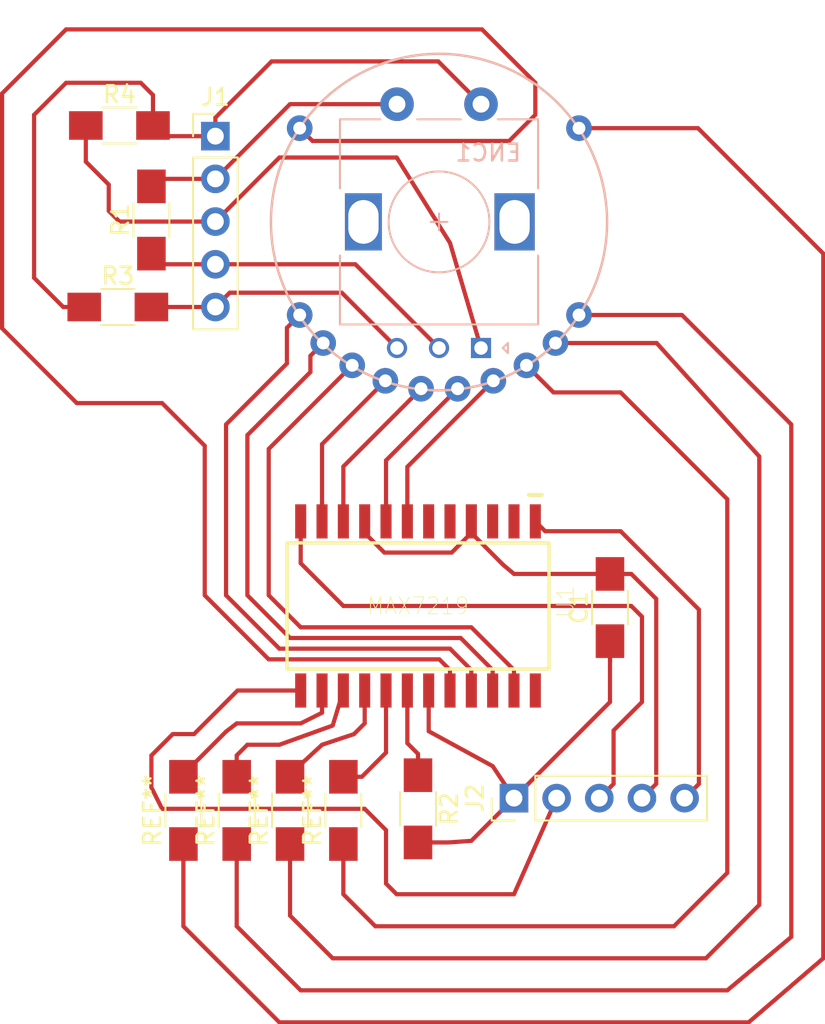
<source format=kicad_pcb>
(kicad_pcb (version 20171130) (host pcbnew "(5.0.0)")

  (general
    (thickness 1.6)
    (drawings 0)
    (tracks 187)
    (zones 0)
    (modules 13)
    (nets 27)
  )

  (page A4)
  (layers
    (0 F.Cu mixed)
    (31 B.Cu mixed)
    (32 B.Adhes user)
    (33 F.Adhes user)
    (34 B.Paste user)
    (35 F.Paste user)
    (36 B.SilkS user)
    (37 F.SilkS user hide)
    (38 B.Mask user)
    (39 F.Mask user)
    (40 Dwgs.User user)
    (41 Cmts.User user)
    (42 Eco1.User user)
    (43 Eco2.User user)
    (44 Edge.Cuts user)
    (45 Margin user)
    (46 B.CrtYd user)
    (47 F.CrtYd user)
    (48 B.Fab user)
    (49 F.Fab user)
  )

  (setup
    (last_trace_width 0.25)
    (trace_clearance 0.2)
    (zone_clearance 0.508)
    (zone_45_only no)
    (trace_min 0.2)
    (segment_width 0.2)
    (edge_width 0.15)
    (via_size 0.8)
    (via_drill 0.4)
    (via_min_size 0.4)
    (via_min_drill 0.3)
    (uvia_size 0.3)
    (uvia_drill 0.1)
    (uvias_allowed no)
    (uvia_min_size 0.2)
    (uvia_min_drill 0.1)
    (pcb_text_width 0.3)
    (pcb_text_size 1.5 1.5)
    (mod_edge_width 0.15)
    (mod_text_size 1 1)
    (mod_text_width 0.15)
    (pad_size 1.7 1.7)
    (pad_drill 1)
    (pad_to_mask_clearance 0.2)
    (aux_axis_origin 0 0)
    (visible_elements 7FFFF7FF)
    (pcbplotparams
      (layerselection 0x010fc_ffffffff)
      (usegerberextensions false)
      (usegerberattributes false)
      (usegerberadvancedattributes false)
      (creategerberjobfile false)
      (excludeedgelayer true)
      (linewidth 0.100000)
      (plotframeref false)
      (viasonmask false)
      (mode 1)
      (useauxorigin false)
      (hpglpennumber 1)
      (hpglpenspeed 20)
      (hpglpendiameter 15.000000)
      (psnegative false)
      (psa4output false)
      (plotreference true)
      (plotvalue true)
      (plotinvisibletext false)
      (padsonsilk false)
      (subtractmaskfromsilk false)
      (outputformat 1)
      (mirror false)
      (drillshape 1)
      (scaleselection 1)
      (outputdirectory ""))
  )

  (net 0 "")
  (net 1 GND)
  (net 2 "Net-(ENC1-Pad11)")
  (net 3 "Net-(ENC1-Pad10)")
  (net 4 "Net-(ENC1-Pad9)")
  (net 5 "Net-(ENC1-Pad8)")
  (net 6 "Net-(ENC1-Pad7)")
  (net 7 "Net-(ENC1-Pad6)")
  (net 8 "Net-(ENC1-Pad5)")
  (net 9 "Net-(ENC1-Pad4)")
  (net 10 "Net-(ENC1-Pad3)")
  (net 11 "Net-(ENC1-Pad2)")
  (net 12 "Net-(ENC1-Pad12)")
  (net 13 "Net-(ENC1-Pad1)")
  (net 14 /CLK)
  (net 15 /LOAD)
  (net 16 "Net-(R2-Pad1)")
  (net 17 +5V)
  (net 18 /DIN)
  (net 19 /EncoderB)
  (net 20 /EncoderA)
  (net 21 "Net-(U1-Pad2)")
  (net 22 "Net-(U1-Pad3)")
  (net 23 "Net-(U1-Pad5)")
  (net 24 "Net-(U1-Pad6)")
  (net 25 "Net-(U1-Pad24)")
  (net 26 /BTN)

  (net_class Default "This is the default net class."
    (clearance 0.2)
    (trace_width 0.25)
    (via_dia 0.8)
    (via_drill 0.4)
    (uvia_dia 0.3)
    (uvia_drill 0.1)
    (add_net +5V)
    (add_net /BTN)
    (add_net /CLK)
    (add_net /DIN)
    (add_net /EncoderA)
    (add_net /EncoderB)
    (add_net /LOAD)
    (add_net GND)
    (add_net "Net-(ENC1-Pad1)")
    (add_net "Net-(ENC1-Pad10)")
    (add_net "Net-(ENC1-Pad11)")
    (add_net "Net-(ENC1-Pad12)")
    (add_net "Net-(ENC1-Pad2)")
    (add_net "Net-(ENC1-Pad3)")
    (add_net "Net-(ENC1-Pad4)")
    (add_net "Net-(ENC1-Pad5)")
    (add_net "Net-(ENC1-Pad6)")
    (add_net "Net-(ENC1-Pad7)")
    (add_net "Net-(ENC1-Pad8)")
    (add_net "Net-(ENC1-Pad9)")
    (add_net "Net-(R2-Pad1)")
    (add_net "Net-(U1-Pad2)")
    (add_net "Net-(U1-Pad24)")
    (add_net "Net-(U1-Pad3)")
    (add_net "Net-(U1-Pad5)")
    (add_net "Net-(U1-Pad6)")
  )

  (module Encoder:RotaryEncoder_Alps_EC11E-Switch_Vertical_H20mm_with_LED (layer B.Cu) (tedit 5C711C1F) (tstamp 5C709029)
    (at 95.25 46.355 180)
    (descr "Alps rotary encoder, EC12E... with switch, vertical shaft, http://www.alps.com/prod/info/E/HTML/Encoder/Incremental/EC11/EC11E15204A3.html")
    (tags "rotary encoder")
    (path /5C6F1001)
    (fp_text reference ENC1 (at -2.91 4.09) (layer B.SilkS)
      (effects (font (size 1 1) (thickness 0.15)) (justify mirror))
    )
    (fp_text value EC11_LED_Rotary (at 1.11 12.33 180) (layer B.Fab)
      (effects (font (size 1 1) (thickness 0.15)) (justify mirror))
    )
    (fp_circle (center 0.02 -0.03) (end 10.02 -0.44) (layer B.SilkS) (width 0.15))
    (fp_circle (center 0.019239 -0.019083) (end 0.019239 2.980917) (layer B.Fab) (width 0.12))
    (fp_circle (center 0.019239 -0.019083) (end 0.019239 2.980917) (layer B.SilkS) (width 0.12))
    (fp_line (start 7.119239 8.480917) (end 7.119239 -9.019083) (layer B.CrtYd) (width 0.05))
    (fp_line (start 7.119239 8.480917) (end -7.080761 8.480917) (layer B.CrtYd) (width 0.05))
    (fp_line (start -7.080761 -9.019083) (end 7.119239 -9.019083) (layer B.CrtYd) (width 0.05))
    (fp_line (start -7.080761 -9.019083) (end -7.080761 8.480917) (layer B.CrtYd) (width 0.05))
    (fp_line (start -5.780761 -5.019083) (end -5.780761 5.980917) (layer B.Fab) (width 0.12))
    (fp_line (start -5.780761 5.980917) (end 5.819239 5.980917) (layer B.Fab) (width 0.12))
    (fp_line (start 5.819239 5.980917) (end 5.819239 -6.019083) (layer B.Fab) (width 0.12))
    (fp_line (start 5.819239 -6.019083) (end -4.680761 -6.019083) (layer B.Fab) (width 0.12))
    (fp_line (start -4.680761 -6.019083) (end -5.780761 -5.019083) (layer B.Fab) (width 0.12))
    (fp_line (start -5.880761 1.980917) (end -5.880761 6.080917) (layer B.SilkS) (width 0.12))
    (fp_line (start 5.919239 6.080917) (end 5.919239 1.980917) (layer B.SilkS) (width 0.12))
    (fp_line (start 5.919239 -2.019083) (end 5.919239 -6.119083) (layer B.SilkS) (width 0.12))
    (fp_line (start -5.880761 -2.019083) (end -5.880761 -6.119083) (layer B.SilkS) (width 0.12))
    (fp_line (start -5.880761 -6.119083) (end 5.919239 -6.119083) (layer B.SilkS) (width 0.12))
    (fp_line (start -3.780761 -7.519083) (end -4.080761 -7.819083) (layer B.SilkS) (width 0.12))
    (fp_line (start -4.080761 -7.819083) (end -4.080761 -7.219083) (layer B.SilkS) (width 0.12))
    (fp_line (start -4.080761 -7.219083) (end -3.780761 -7.519083) (layer B.SilkS) (width 0.12))
    (fp_line (start -2.980761 -0.019083) (end 3.019239 -0.019083) (layer B.Fab) (width 0.12))
    (fp_line (start 0.019239 -3.019083) (end 0.019239 2.980917) (layer B.Fab) (width 0.12))
    (fp_line (start -5.880761 6.080917) (end -3.480761 6.080917) (layer B.SilkS) (width 0.12))
    (fp_line (start -1.280761 6.080917) (end 1.319239 6.080917) (layer B.SilkS) (width 0.12))
    (fp_line (start 3.519239 6.080917) (end 5.919239 6.080917) (layer B.SilkS) (width 0.12))
    (fp_line (start -0.480761 -0.019083) (end 0.519239 -0.019083) (layer B.SilkS) (width 0.12))
    (fp_line (start 0.019239 -0.519083) (end 0.019239 0.480917) (layer B.SilkS) (width 0.12))
    (fp_text user %R (at 3.09 3.93) (layer B.Fab)
      (effects (font (size 1 1) (thickness 0.15)) (justify mirror))
    )
    (pad 1 thru_hole circle (at -8.314696 5.555702 123.8) (size 1.524 1.524) (drill 0.762) (layers *.Cu *.Mask)
      (net 13 "Net-(ENC1-Pad1)"))
    (pad 12 thru_hole circle (at 8.314696 5.555702 123.8) (size 1.524 1.524) (drill 0.762) (layers *.Cu *.Mask)
      (net 12 "Net-(ENC1-Pad12)"))
    (pad 2 thru_hole circle (at -8.314696 -5.555702 123.8) (size 1.524 1.524) (drill 0.762) (layers *.Cu *.Mask)
      (net 11 "Net-(ENC1-Pad2)"))
    (pad 3 thru_hole circle (at -6.91513 -7.22364 123.8) (size 1.524 1.524) (drill 0.762) (layers *.Cu *.Mask)
      (net 10 "Net-(ENC1-Pad3)"))
    (pad 4 thru_hole circle (at -5.187732 -8.549119 123.8) (size 1.524 1.524) (drill 0.762) (layers *.Cu *.Mask)
      (net 9 "Net-(ENC1-Pad4)"))
    (pad 5 thru_hole circle (at -3.214394 -9.469301 123.8) (size 1.524 1.524) (drill 0.762) (layers *.Cu *.Mask)
      (net 8 "Net-(ENC1-Pad5)"))
    (pad 6 thru_hole circle (at -1.088669 -9.940563 123.8) (size 1.524 1.524) (drill 0.762) (layers *.Cu *.Mask)
      (net 7 "Net-(ENC1-Pad6)"))
    (pad 7 thru_hole circle (at 1.088669 -9.940563 123.8) (size 1.524 1.524) (drill 0.762) (layers *.Cu *.Mask)
      (net 6 "Net-(ENC1-Pad7)"))
    (pad 8 thru_hole circle (at 3.214395 -9.469301 123.8) (size 1.524 1.524) (drill 0.762) (layers *.Cu *.Mask)
      (net 5 "Net-(ENC1-Pad8)"))
    (pad 9 thru_hole circle (at 5.187733 -8.549118 123.8) (size 1.524 1.524) (drill 0.762) (layers *.Cu *.Mask)
      (net 4 "Net-(ENC1-Pad9)"))
    (pad 10 thru_hole circle (at 6.915131 -7.223639 123.8) (size 1.524 1.524) (drill 0.762) (layers *.Cu *.Mask)
      (net 3 "Net-(ENC1-Pad10)"))
    (pad 11 thru_hole circle (at 8.314696 -5.555702 123.8) (size 1.524 1.524) (drill 0.762) (layers *.Cu *.Mask)
      (net 2 "Net-(ENC1-Pad11)"))
    (pad A thru_hole rect (at -2.480761 -7.519083 90) (size 1.2 1.2) (drill 0.8) (layers *.Cu *.Mask)
      (net 20 /EncoderA))
    (pad C thru_hole circle (at 0.019239 -7.519083 90) (size 1.2 1.2) (drill 0.8) (layers *.Cu *.Mask)
      (net 1 GND))
    (pad B thru_hole circle (at 2.519239 -7.519083 90) (size 1.2 1.2) (drill 0.8) (layers *.Cu *.Mask)
      (net 19 /EncoderB))
    (pad MP thru_hole rect (at -4.480761 -0.019083 90) (size 3.4 2.4) (drill oval 2.6 1.8) (layers *.Cu *.Mask))
    (pad MP thru_hole rect (at 4.519239 -0.019083 90) (size 3.4 2.2) (drill oval 2.6 1.8) (layers *.Cu *.Mask))
    (pad SW2 thru_hole circle (at -2.480761 6.980917 90) (size 2 2) (drill 1) (layers *.Cu *.Mask)
      (net 17 +5V))
    (pad SW1 thru_hole circle (at 2.519239 6.980917 90) (size 2 2) (drill 1) (layers *.Cu *.Mask)
      (net 26 /BTN))
    (model ${KISYS3DMOD}/Rotary_Encoder.3dshapes/RotaryEncoder_Alps_EC11E-Switch_Vertical_H20mm.wrl
      (at (xyz 0 0 0))
      (scale (xyz 1 1 1))
      (rotate (xyz 0 0 0))
    )
  )

  (module MAX7219:SOIC24 (layer F.Cu) (tedit 5C711B93) (tstamp 5C708BFC)
    (at 93.98 69.215 180)
    (descr "<b>Small Outline Package 24</b> wide")
    (path /5C6F1414)
    (attr smd)
    (fp_text reference U1 (at -8.77767 0.25442 270) (layer F.SilkS)
      (effects (font (size 1.00168 1.00168) (thickness 0.05)))
    )
    (fp_text value MAX7219 (at 0 0 180) (layer F.SilkS)
      (effects (font (size 1 0.9) (thickness 0.05)))
    )
    (fp_line (start -7.366 6.604) (end -6.604 6.604) (layer F.SilkS) (width 0.254))
    (fp_poly (pts (xy 6.73979 3.8608) (xy 7.239 3.8608) (xy 7.239 5.34097) (xy 6.73979 5.34097)) (layer Eco2.User) (width 0))
    (fp_poly (pts (xy 5.46442 3.8608) (xy 5.969 3.8608) (xy 5.969 5.33734) (xy 5.46442 5.33734)) (layer Eco2.User) (width 0))
    (fp_poly (pts (xy 4.1982 3.8608) (xy 4.699 3.8608) (xy 4.699 5.34316) (xy 4.1982 5.34316)) (layer Eco2.User) (width 0))
    (fp_poly (pts (xy 2.92641 3.8608) (xy 3.429 3.8608) (xy 3.429 5.34387) (xy 2.92641 5.34387)) (layer Eco2.User) (width 0))
    (fp_poly (pts (xy 6.74353 -5.334) (xy 7.239 -5.334) (xy 7.239 -3.86799) (xy 6.74353 -3.86799)) (layer Eco2.User) (width 0))
    (fp_poly (pts (xy 5.46744 -5.334) (xy 5.969 -5.334) (xy 5.969 -3.86536) (xy 5.46744 -3.86536)) (layer Eco2.User) (width 0))
    (fp_poly (pts (xy 4.1945 -5.334) (xy 4.699 -5.334) (xy 4.699 -3.86402) (xy 4.1945 -3.86402)) (layer Eco2.User) (width 0))
    (fp_poly (pts (xy 2.92305 -5.334) (xy 3.429 -5.334) (xy 3.429 -3.86351) (xy 2.92305 -3.86351)) (layer Eco2.User) (width 0))
    (fp_poly (pts (xy 1.6527 -5.334) (xy 2.159 -5.334) (xy 2.159 -3.86477) (xy 1.6527 -3.86477)) (layer Eco2.User) (width 0))
    (fp_poly (pts (xy 0.381241 -5.334) (xy 0.889 -5.334) (xy 0.889 -3.86324) (xy 0.381241 -3.86324)) (layer Eco2.User) (width 0))
    (fp_poly (pts (xy -0.889941 -5.334) (xy -0.381 -5.334) (xy -0.381 -3.86489) (xy -0.889941 -3.86489)) (layer Eco2.User) (width 0))
    (fp_poly (pts (xy -2.16244 -5.334) (xy -1.651 -5.334) (xy -1.651 -3.86694) (xy -2.16244 -3.86694)) (layer Eco2.User) (width 0))
    (fp_poly (pts (xy -3.43182 -5.334) (xy -2.921 -5.334) (xy -2.921 -3.86397) (xy -3.43182 -3.86397)) (layer Eco2.User) (width 0))
    (fp_poly (pts (xy -4.70085 -5.334) (xy -4.191 -5.334) (xy -4.191 -3.86232) (xy -4.70085 -3.86232)) (layer Eco2.User) (width 0))
    (fp_poly (pts (xy -5.96973 -5.334) (xy -5.461 -5.334) (xy -5.461 -3.86127) (xy -5.96973 -3.86127)) (layer Eco2.User) (width 0))
    (fp_poly (pts (xy -7.25162 -5.334) (xy -6.731 -5.334) (xy -6.731 -3.86753) (xy -7.25162 -3.86753)) (layer Eco2.User) (width 0))
    (fp_poly (pts (xy 1.65133 3.8608) (xy 2.159 3.8608) (xy 2.159 5.33506) (xy 1.65133 5.33506)) (layer Eco2.User) (width 0))
    (fp_poly (pts (xy 0.381599 3.8608) (xy 0.889 3.8608) (xy 0.889 5.34238) (xy 0.381599 5.34238)) (layer Eco2.User) (width 0))
    (fp_poly (pts (xy -0.890734 3.8608) (xy -0.381 3.8608) (xy -0.381 5.3444) (xy -0.890734 5.3444)) (layer Eco2.User) (width 0))
    (fp_poly (pts (xy -2.16078 3.8608) (xy -1.651 3.8608) (xy -1.651 5.33839) (xy -2.16078 5.33839)) (layer Eco2.User) (width 0))
    (fp_poly (pts (xy -3.43059 3.8608) (xy -2.921 3.8608) (xy -2.921 5.33647) (xy -3.43059 5.33647)) (layer Eco2.User) (width 0))
    (fp_poly (pts (xy -4.70772 3.8608) (xy -4.191 3.8608) (xy -4.191 5.34389) (xy -4.70772 5.34389)) (layer Eco2.User) (width 0))
    (fp_poly (pts (xy -5.97092 3.8608) (xy -5.461 3.8608) (xy -5.461 5.33572) (xy -5.97092 5.33572)) (layer Eco2.User) (width 0))
    (fp_poly (pts (xy -7.25023 3.8608) (xy -6.731 3.8608) (xy -6.731 5.34228) (xy -7.25023 5.34228)) (layer Eco2.User) (width 0))
    (fp_line (start -7.8 -3.75) (end -7.8 3.75) (layer F.SilkS) (width 0.2032))
    (fp_line (start 7.8 3.75) (end 7.8 -3.75) (layer F.SilkS) (width 0.2032))
    (fp_line (start -7.8 3.75) (end 7.8 3.75) (layer F.SilkS) (width 0.2032))
    (fp_line (start 7.8 -3.75) (end -7.8 -3.75) (layer F.SilkS) (width 0.2032))
    (pad 12 smd rect (at 6.985 5.0292 180) (size 0.6604 2.032) (layers F.Cu F.Paste F.Mask)
      (net 15 /LOAD))
    (pad 11 smd rect (at 5.715 5.0292 180) (size 0.6604 2.032) (layers F.Cu F.Paste F.Mask)
      (net 5 "Net-(ENC1-Pad8)"))
    (pad 10 smd rect (at 4.445 5.0292 180) (size 0.6604 2.032) (layers F.Cu F.Paste F.Mask)
      (net 6 "Net-(ENC1-Pad7)"))
    (pad 9 smd rect (at 3.175 5.0292 180) (size 0.6604 2.032) (layers F.Cu F.Paste F.Mask)
      (net 1 GND))
    (pad 13 smd rect (at 6.985 -5.0292 180) (size 0.6604 2.032) (layers F.Cu F.Paste F.Mask)
      (net 14 /CLK))
    (pad 14 smd rect (at 5.715 -5.0292 180) (size 0.6604 2.032) (layers F.Cu F.Paste F.Mask)
      (net 13 "Net-(ENC1-Pad1)"))
    (pad 15 smd rect (at 4.445 -5.0292 180) (size 0.6604 2.032) (layers F.Cu F.Paste F.Mask)
      (net 11 "Net-(ENC1-Pad2)"))
    (pad 16 smd rect (at 3.175 -5.0292 180) (size 0.6604 2.032) (layers F.Cu F.Paste F.Mask)
      (net 10 "Net-(ENC1-Pad3)"))
    (pad 24 smd rect (at -6.985 -5.0292 180) (size 0.6604 2.032) (layers F.Cu F.Paste F.Mask)
      (net 25 "Net-(U1-Pad24)"))
    (pad 23 smd rect (at -5.715 -5.0292 180) (size 0.6604 2.032) (layers F.Cu F.Paste F.Mask)
      (net 4 "Net-(ENC1-Pad9)"))
    (pad 22 smd rect (at -4.445 -5.0292 180) (size 0.6604 2.032) (layers F.Cu F.Paste F.Mask)
      (net 3 "Net-(ENC1-Pad10)"))
    (pad 21 smd rect (at -3.175 -5.0292 180) (size 0.6604 2.032) (layers F.Cu F.Paste F.Mask)
      (net 2 "Net-(ENC1-Pad11)"))
    (pad 20 smd rect (at -1.905 -5.0292 180) (size 0.6604 2.032) (layers F.Cu F.Paste F.Mask)
      (net 12 "Net-(ENC1-Pad12)"))
    (pad 19 smd rect (at -0.635 -5.0292 180) (size 0.6604 2.032) (layers F.Cu F.Paste F.Mask)
      (net 17 +5V))
    (pad 18 smd rect (at 0.635 -5.0292 180) (size 0.6604 2.032) (layers F.Cu F.Paste F.Mask)
      (net 16 "Net-(R2-Pad1)"))
    (pad 17 smd rect (at 1.905 -5.0292 180) (size 0.6604 2.032) (layers F.Cu F.Paste F.Mask)
      (net 9 "Net-(ENC1-Pad4)"))
    (pad 8 smd rect (at 1.905 5.0292 180) (size 0.6604 2.032) (layers F.Cu F.Paste F.Mask)
      (net 7 "Net-(ENC1-Pad6)"))
    (pad 7 smd rect (at 0.635 5.0292 180) (size 0.6604 2.032) (layers F.Cu F.Paste F.Mask)
      (net 8 "Net-(ENC1-Pad5)"))
    (pad 6 smd rect (at -0.635 5.0292 180) (size 0.6604 2.032) (layers F.Cu F.Paste F.Mask)
      (net 24 "Net-(U1-Pad6)"))
    (pad 5 smd rect (at -1.905 5.0292 180) (size 0.6604 2.032) (layers F.Cu F.Paste F.Mask)
      (net 23 "Net-(U1-Pad5)"))
    (pad 4 smd rect (at -3.175 5.0292 180) (size 0.6604 2.032) (layers F.Cu F.Paste F.Mask)
      (net 1 GND))
    (pad 3 smd rect (at -4.445 5.0292 180) (size 0.6604 2.032) (layers F.Cu F.Paste F.Mask)
      (net 22 "Net-(U1-Pad3)"))
    (pad 2 smd rect (at -5.715 5.0292 180) (size 0.6604 2.032) (layers F.Cu F.Paste F.Mask)
      (net 21 "Net-(U1-Pad2)"))
    (pad 1 smd rect (at -6.985 5.0292 180) (size 0.6604 2.032) (layers F.Cu F.Paste F.Mask)
      (net 18 /DIN))
  )

  (module Resistors_SMD:R_1206_HandSoldering (layer F.Cu) (tedit 5C711C37) (tstamp 5C7120D3)
    (at 89.535 81.375 90)
    (descr "Resistor SMD 1206, hand soldering")
    (tags "resistor 1206")
    (attr smd)
    (fp_text reference REF** (at 0 -1.85 90) (layer F.SilkS)
      (effects (font (size 1 1) (thickness 0.15)))
    )
    (fp_text value R_1206_HandSoldering (at 0 1.9 90) (layer F.Fab)
      (effects (font (size 1 1) (thickness 0.15)))
    )
    (fp_line (start 3.25 1.1) (end -3.25 1.1) (layer F.CrtYd) (width 0.05))
    (fp_line (start 3.25 1.1) (end 3.25 -1.11) (layer F.CrtYd) (width 0.05))
    (fp_line (start -3.25 -1.11) (end -3.25 1.1) (layer F.CrtYd) (width 0.05))
    (fp_line (start -3.25 -1.11) (end 3.25 -1.11) (layer F.CrtYd) (width 0.05))
    (fp_line (start -1 -1.07) (end 1 -1.07) (layer F.SilkS) (width 0.12))
    (fp_line (start 1 1.07) (end -1 1.07) (layer F.SilkS) (width 0.12))
    (fp_line (start -1.6 -0.8) (end 1.6 -0.8) (layer F.Fab) (width 0.1))
    (fp_line (start 1.6 -0.8) (end 1.6 0.8) (layer F.Fab) (width 0.1))
    (fp_line (start 1.6 0.8) (end -1.6 0.8) (layer F.Fab) (width 0.1))
    (fp_line (start -1.6 0.8) (end -1.6 -0.8) (layer F.Fab) (width 0.1))
    (fp_text user %R (at 0 0 90) (layer F.Fab)
      (effects (font (size 0.7 0.7) (thickness 0.105)))
    )
    (pad 2 smd rect (at 2 0 90) (size 2 1.7) (layers F.Cu F.Paste F.Mask)
      (net 9 "Net-(ENC1-Pad4)"))
    (pad 1 smd rect (at -2 0 90) (size 2 1.7) (layers F.Cu F.Paste F.Mask)
      (net 9 "Net-(ENC1-Pad4)"))
    (model ${KISYS3DMOD}/Resistors_SMD.3dshapes/R_1206.wrl
      (at (xyz 0 0 0))
      (scale (xyz 1 1 1))
      (rotate (xyz 0 0 0))
    )
  )

  (module Resistors_SMD:R_1206_HandSoldering (layer F.Cu) (tedit 5C711C32) (tstamp 5C7120C3)
    (at 86.36 81.375 90)
    (descr "Resistor SMD 1206, hand soldering")
    (tags "resistor 1206")
    (attr smd)
    (fp_text reference REF** (at 0 -1.85 90) (layer F.SilkS)
      (effects (font (size 1 1) (thickness 0.15)))
    )
    (fp_text value R_1206_HandSoldering (at 0 1.9 90) (layer F.Fab)
      (effects (font (size 1 1) (thickness 0.15)))
    )
    (fp_text user %R (at 0 0 90) (layer F.Fab)
      (effects (font (size 0.7 0.7) (thickness 0.105)))
    )
    (fp_line (start -1.6 0.8) (end -1.6 -0.8) (layer F.Fab) (width 0.1))
    (fp_line (start 1.6 0.8) (end -1.6 0.8) (layer F.Fab) (width 0.1))
    (fp_line (start 1.6 -0.8) (end 1.6 0.8) (layer F.Fab) (width 0.1))
    (fp_line (start -1.6 -0.8) (end 1.6 -0.8) (layer F.Fab) (width 0.1))
    (fp_line (start 1 1.07) (end -1 1.07) (layer F.SilkS) (width 0.12))
    (fp_line (start -1 -1.07) (end 1 -1.07) (layer F.SilkS) (width 0.12))
    (fp_line (start -3.25 -1.11) (end 3.25 -1.11) (layer F.CrtYd) (width 0.05))
    (fp_line (start -3.25 -1.11) (end -3.25 1.1) (layer F.CrtYd) (width 0.05))
    (fp_line (start 3.25 1.1) (end 3.25 -1.11) (layer F.CrtYd) (width 0.05))
    (fp_line (start 3.25 1.1) (end -3.25 1.1) (layer F.CrtYd) (width 0.05))
    (pad 1 smd rect (at -2 0 90) (size 2 1.7) (layers F.Cu F.Paste F.Mask)
      (net 10 "Net-(ENC1-Pad3)"))
    (pad 2 smd rect (at 2 0 90) (size 2 1.7) (layers F.Cu F.Paste F.Mask)
      (net 10 "Net-(ENC1-Pad3)"))
    (model ${KISYS3DMOD}/Resistors_SMD.3dshapes/R_1206.wrl
      (at (xyz 0 0 0))
      (scale (xyz 1 1 1))
      (rotate (xyz 0 0 0))
    )
  )

  (module Resistors_SMD:R_1206_HandSoldering (layer F.Cu) (tedit 5C711C27) (tstamp 5C711FBF)
    (at 80.01 81.375 90)
    (descr "Resistor SMD 1206, hand soldering")
    (tags "resistor 1206")
    (attr smd)
    (fp_text reference REF** (at 0 -1.85 90) (layer F.SilkS)
      (effects (font (size 1 1) (thickness 0.15)))
    )
    (fp_text value R_1206_HandSoldering (at 0 1.9 90) (layer F.Fab)
      (effects (font (size 1 1) (thickness 0.15)))
    )
    (fp_line (start 3.25 1.1) (end -3.25 1.1) (layer F.CrtYd) (width 0.05))
    (fp_line (start 3.25 1.1) (end 3.25 -1.11) (layer F.CrtYd) (width 0.05))
    (fp_line (start -3.25 -1.11) (end -3.25 1.1) (layer F.CrtYd) (width 0.05))
    (fp_line (start -3.25 -1.11) (end 3.25 -1.11) (layer F.CrtYd) (width 0.05))
    (fp_line (start -1 -1.07) (end 1 -1.07) (layer F.SilkS) (width 0.12))
    (fp_line (start 1 1.07) (end -1 1.07) (layer F.SilkS) (width 0.12))
    (fp_line (start -1.6 -0.8) (end 1.6 -0.8) (layer F.Fab) (width 0.1))
    (fp_line (start 1.6 -0.8) (end 1.6 0.8) (layer F.Fab) (width 0.1))
    (fp_line (start 1.6 0.8) (end -1.6 0.8) (layer F.Fab) (width 0.1))
    (fp_line (start -1.6 0.8) (end -1.6 -0.8) (layer F.Fab) (width 0.1))
    (fp_text user %R (at 0 0 90) (layer F.Fab)
      (effects (font (size 0.7 0.7) (thickness 0.105)))
    )
    (pad 2 smd rect (at 2 0 90) (size 2 1.7) (layers F.Cu F.Paste F.Mask)
      (net 13 "Net-(ENC1-Pad1)"))
    (pad 1 smd rect (at -2 0 90) (size 2 1.7) (layers F.Cu F.Paste F.Mask)
      (net 13 "Net-(ENC1-Pad1)"))
    (model ${KISYS3DMOD}/Resistors_SMD.3dshapes/R_1206.wrl
      (at (xyz 0 0 0))
      (scale (xyz 1 1 1))
      (rotate (xyz 0 0 0))
    )
  )

  (module Resistors_SMD:R_1206_HandSoldering (layer F.Cu) (tedit 58E0A804) (tstamp 5C708B4C)
    (at 105.41 69.31 90)
    (descr "Resistor SMD 1206, hand soldering")
    (tags "resistor 1206")
    (path /5C7A9B04)
    (attr smd)
    (fp_text reference C1 (at 0 -1.85 90) (layer F.SilkS)
      (effects (font (size 1 1) (thickness 0.15)))
    )
    (fp_text value 100n (at 0 1.9 90) (layer F.Fab)
      (effects (font (size 1 1) (thickness 0.15)))
    )
    (fp_text user %R (at 0 0 90) (layer F.Fab)
      (effects (font (size 0.7 0.7) (thickness 0.105)))
    )
    (fp_line (start -1.6 0.8) (end -1.6 -0.8) (layer F.Fab) (width 0.1))
    (fp_line (start 1.6 0.8) (end -1.6 0.8) (layer F.Fab) (width 0.1))
    (fp_line (start 1.6 -0.8) (end 1.6 0.8) (layer F.Fab) (width 0.1))
    (fp_line (start -1.6 -0.8) (end 1.6 -0.8) (layer F.Fab) (width 0.1))
    (fp_line (start 1 1.07) (end -1 1.07) (layer F.SilkS) (width 0.12))
    (fp_line (start -1 -1.07) (end 1 -1.07) (layer F.SilkS) (width 0.12))
    (fp_line (start -3.25 -1.11) (end 3.25 -1.11) (layer F.CrtYd) (width 0.05))
    (fp_line (start -3.25 -1.11) (end -3.25 1.1) (layer F.CrtYd) (width 0.05))
    (fp_line (start 3.25 1.1) (end 3.25 -1.11) (layer F.CrtYd) (width 0.05))
    (fp_line (start 3.25 1.1) (end -3.25 1.1) (layer F.CrtYd) (width 0.05))
    (pad 1 smd rect (at -2 0 90) (size 2 1.7) (layers F.Cu F.Paste F.Mask)
      (net 17 +5V))
    (pad 2 smd rect (at 2 0 90) (size 2 1.7) (layers F.Cu F.Paste F.Mask)
      (net 1 GND))
    (model ${KISYS3DMOD}/Resistors_SMD.3dshapes/R_1206.wrl
      (at (xyz 0 0 0))
      (scale (xyz 1 1 1))
      (rotate (xyz 0 0 0))
    )
  )

  (module Resistors_SMD:R_1206_HandSoldering (layer F.Cu) (tedit 58E0A804) (tstamp 5C708BA5)
    (at 78.105 46.26 90)
    (descr "Resistor SMD 1206, hand soldering")
    (tags "resistor 1206")
    (path /5C70D4B6)
    (attr smd)
    (fp_text reference R1 (at 0 -1.85 90) (layer F.SilkS)
      (effects (font (size 1 1) (thickness 0.15)))
    )
    (fp_text value 10k (at 0 1.9 90) (layer F.Fab)
      (effects (font (size 1 1) (thickness 0.15)))
    )
    (fp_text user %R (at 0 0 90) (layer F.Fab)
      (effects (font (size 0.7 0.7) (thickness 0.105)))
    )
    (fp_line (start -1.6 0.8) (end -1.6 -0.8) (layer F.Fab) (width 0.1))
    (fp_line (start 1.6 0.8) (end -1.6 0.8) (layer F.Fab) (width 0.1))
    (fp_line (start 1.6 -0.8) (end 1.6 0.8) (layer F.Fab) (width 0.1))
    (fp_line (start -1.6 -0.8) (end 1.6 -0.8) (layer F.Fab) (width 0.1))
    (fp_line (start 1 1.07) (end -1 1.07) (layer F.SilkS) (width 0.12))
    (fp_line (start -1 -1.07) (end 1 -1.07) (layer F.SilkS) (width 0.12))
    (fp_line (start -3.25 -1.11) (end 3.25 -1.11) (layer F.CrtYd) (width 0.05))
    (fp_line (start -3.25 -1.11) (end -3.25 1.1) (layer F.CrtYd) (width 0.05))
    (fp_line (start 3.25 1.1) (end 3.25 -1.11) (layer F.CrtYd) (width 0.05))
    (fp_line (start 3.25 1.1) (end -3.25 1.1) (layer F.CrtYd) (width 0.05))
    (pad 1 smd rect (at -2 0 90) (size 2 1.7) (layers F.Cu F.Paste F.Mask)
      (net 1 GND))
    (pad 2 smd rect (at 2 0 90) (size 2 1.7) (layers F.Cu F.Paste F.Mask)
      (net 26 /BTN))
    (model ${KISYS3DMOD}/Resistors_SMD.3dshapes/R_1206.wrl
      (at (xyz 0 0 0))
      (scale (xyz 1 1 1))
      (rotate (xyz 0 0 0))
    )
  )

  (module Resistors_SMD:R_1206_HandSoldering (layer F.Cu) (tedit 58E0A804) (tstamp 5C71195D)
    (at 93.98 81.28 270)
    (descr "Resistor SMD 1206, hand soldering")
    (tags "resistor 1206")
    (path /5C708EE3)
    (attr smd)
    (fp_text reference R2 (at 0 -1.85 270) (layer F.SilkS)
      (effects (font (size 1 1) (thickness 0.15)))
    )
    (fp_text value 28k (at 0 -4.445) (layer F.Fab)
      (effects (font (size 1 1) (thickness 0.15)))
    )
    (fp_text user %R (at 0 0 270) (layer F.Fab)
      (effects (font (size 0.7 0.7) (thickness 0.105)))
    )
    (fp_line (start -1.6 0.8) (end -1.6 -0.8) (layer F.Fab) (width 0.1))
    (fp_line (start 1.6 0.8) (end -1.6 0.8) (layer F.Fab) (width 0.1))
    (fp_line (start 1.6 -0.8) (end 1.6 0.8) (layer F.Fab) (width 0.1))
    (fp_line (start -1.6 -0.8) (end 1.6 -0.8) (layer F.Fab) (width 0.1))
    (fp_line (start 1 1.07) (end -1 1.07) (layer F.SilkS) (width 0.12))
    (fp_line (start -1 -1.07) (end 1 -1.07) (layer F.SilkS) (width 0.12))
    (fp_line (start -3.25 -1.11) (end 3.25 -1.11) (layer F.CrtYd) (width 0.05))
    (fp_line (start -3.25 -1.11) (end -3.25 1.1) (layer F.CrtYd) (width 0.05))
    (fp_line (start 3.25 1.1) (end 3.25 -1.11) (layer F.CrtYd) (width 0.05))
    (fp_line (start 3.25 1.1) (end -3.25 1.1) (layer F.CrtYd) (width 0.05))
    (pad 1 smd rect (at -2 0 270) (size 2 1.7) (layers F.Cu F.Paste F.Mask)
      (net 16 "Net-(R2-Pad1)"))
    (pad 2 smd rect (at 2 0 270) (size 2 1.7) (layers F.Cu F.Paste F.Mask)
      (net 17 +5V))
    (model ${KISYS3DMOD}/Resistors_SMD.3dshapes/R_1206.wrl
      (at (xyz 0 0 0))
      (scale (xyz 1 1 1))
      (rotate (xyz 0 0 0))
    )
  )

  (module Resistors_SMD:R_1206_HandSoldering (layer F.Cu) (tedit 58E0A804) (tstamp 5C708BB9)
    (at 76.105 51.435)
    (descr "Resistor SMD 1206, hand soldering")
    (tags "resistor 1206")
    (path /5C71824F)
    (attr smd)
    (fp_text reference R3 (at 0 -1.85) (layer F.SilkS)
      (effects (font (size 1 1) (thickness 0.15)))
    )
    (fp_text value 10k (at 0 1.9) (layer F.Fab)
      (effects (font (size 1 1) (thickness 0.15)))
    )
    (fp_text user %R (at 0 0) (layer F.Fab)
      (effects (font (size 0.7 0.7) (thickness 0.105)))
    )
    (fp_line (start -1.6 0.8) (end -1.6 -0.8) (layer F.Fab) (width 0.1))
    (fp_line (start 1.6 0.8) (end -1.6 0.8) (layer F.Fab) (width 0.1))
    (fp_line (start 1.6 -0.8) (end 1.6 0.8) (layer F.Fab) (width 0.1))
    (fp_line (start -1.6 -0.8) (end 1.6 -0.8) (layer F.Fab) (width 0.1))
    (fp_line (start 1 1.07) (end -1 1.07) (layer F.SilkS) (width 0.12))
    (fp_line (start -1 -1.07) (end 1 -1.07) (layer F.SilkS) (width 0.12))
    (fp_line (start -3.25 -1.11) (end 3.25 -1.11) (layer F.CrtYd) (width 0.05))
    (fp_line (start -3.25 -1.11) (end -3.25 1.1) (layer F.CrtYd) (width 0.05))
    (fp_line (start 3.25 1.1) (end 3.25 -1.11) (layer F.CrtYd) (width 0.05))
    (fp_line (start 3.25 1.1) (end -3.25 1.1) (layer F.CrtYd) (width 0.05))
    (pad 1 smd rect (at -2 0) (size 2 1.7) (layers F.Cu F.Paste F.Mask)
      (net 17 +5V))
    (pad 2 smd rect (at 2 0) (size 2 1.7) (layers F.Cu F.Paste F.Mask)
      (net 19 /EncoderB))
    (model ${KISYS3DMOD}/Resistors_SMD.3dshapes/R_1206.wrl
      (at (xyz 0 0 0))
      (scale (xyz 1 1 1))
      (rotate (xyz 0 0 0))
    )
  )

  (module Resistors_SMD:R_1206_HandSoldering (layer F.Cu) (tedit 58E0A804) (tstamp 5C708BC3)
    (at 76.2 40.64)
    (descr "Resistor SMD 1206, hand soldering")
    (tags "resistor 1206")
    (path /5C718205)
    (attr smd)
    (fp_text reference R4 (at 0 -1.85) (layer F.SilkS)
      (effects (font (size 1 1) (thickness 0.15)))
    )
    (fp_text value 10k (at 0 1.9) (layer F.Fab)
      (effects (font (size 1 1) (thickness 0.15)))
    )
    (fp_text user %R (at 0 0) (layer F.Fab)
      (effects (font (size 0.7 0.7) (thickness 0.105)))
    )
    (fp_line (start -1.6 0.8) (end -1.6 -0.8) (layer F.Fab) (width 0.1))
    (fp_line (start 1.6 0.8) (end -1.6 0.8) (layer F.Fab) (width 0.1))
    (fp_line (start 1.6 -0.8) (end 1.6 0.8) (layer F.Fab) (width 0.1))
    (fp_line (start -1.6 -0.8) (end 1.6 -0.8) (layer F.Fab) (width 0.1))
    (fp_line (start 1 1.07) (end -1 1.07) (layer F.SilkS) (width 0.12))
    (fp_line (start -1 -1.07) (end 1 -1.07) (layer F.SilkS) (width 0.12))
    (fp_line (start -3.25 -1.11) (end 3.25 -1.11) (layer F.CrtYd) (width 0.05))
    (fp_line (start -3.25 -1.11) (end -3.25 1.1) (layer F.CrtYd) (width 0.05))
    (fp_line (start 3.25 1.1) (end 3.25 -1.11) (layer F.CrtYd) (width 0.05))
    (fp_line (start 3.25 1.1) (end -3.25 1.1) (layer F.CrtYd) (width 0.05))
    (pad 1 smd rect (at -2 0) (size 2 1.7) (layers F.Cu F.Paste F.Mask)
      (net 20 /EncoderA))
    (pad 2 smd rect (at 2 0) (size 2 1.7) (layers F.Cu F.Paste F.Mask)
      (net 17 +5V))
    (model ${KISYS3DMOD}/Resistors_SMD.3dshapes/R_1206.wrl
      (at (xyz 0 0 0))
      (scale (xyz 1 1 1))
      (rotate (xyz 0 0 0))
    )
  )

  (module Resistors_SMD:R_1206_HandSoldering (layer F.Cu) (tedit 5C711C2C) (tstamp 5C711B74)
    (at 83.185 81.375 90)
    (descr "Resistor SMD 1206, hand soldering")
    (tags "resistor 1206")
    (attr smd)
    (fp_text reference REF** (at 0 -1.85 90) (layer F.SilkS)
      (effects (font (size 1 1) (thickness 0.15)))
    )
    (fp_text value R_1206_HandSoldering (at 0 1.9 90) (layer F.Fab)
      (effects (font (size 1 1) (thickness 0.15)))
    )
    (fp_text user %R (at 0 0 90) (layer F.Fab)
      (effects (font (size 0.7 0.7) (thickness 0.105)))
    )
    (fp_line (start -1.6 0.8) (end -1.6 -0.8) (layer F.Fab) (width 0.1))
    (fp_line (start 1.6 0.8) (end -1.6 0.8) (layer F.Fab) (width 0.1))
    (fp_line (start 1.6 -0.8) (end 1.6 0.8) (layer F.Fab) (width 0.1))
    (fp_line (start -1.6 -0.8) (end 1.6 -0.8) (layer F.Fab) (width 0.1))
    (fp_line (start 1 1.07) (end -1 1.07) (layer F.SilkS) (width 0.12))
    (fp_line (start -1 -1.07) (end 1 -1.07) (layer F.SilkS) (width 0.12))
    (fp_line (start -3.25 -1.11) (end 3.25 -1.11) (layer F.CrtYd) (width 0.05))
    (fp_line (start -3.25 -1.11) (end -3.25 1.1) (layer F.CrtYd) (width 0.05))
    (fp_line (start 3.25 1.1) (end 3.25 -1.11) (layer F.CrtYd) (width 0.05))
    (fp_line (start 3.25 1.1) (end -3.25 1.1) (layer F.CrtYd) (width 0.05))
    (pad 1 smd rect (at -2 0 90) (size 2 1.7) (layers F.Cu F.Paste F.Mask)
      (net 11 "Net-(ENC1-Pad2)"))
    (pad 2 smd rect (at 2 0 90) (size 2 1.7) (layers F.Cu F.Paste F.Mask)
      (net 11 "Net-(ENC1-Pad2)"))
    (model ${KISYS3DMOD}/Resistors_SMD.3dshapes/R_1206.wrl
      (at (xyz 0 0 0))
      (scale (xyz 1 1 1))
      (rotate (xyz 0 0 0))
    )
  )

  (module Pin_Headers:Pin_Header_Straight_1x05_Pitch2.54mm (layer F.Cu) (tedit 59650532) (tstamp 5C713D68)
    (at 99.695 80.645 90)
    (descr "Through hole straight pin header, 1x05, 2.54mm pitch, single row")
    (tags "Through hole pin header THT 1x05 2.54mm single row")
    (path /5C8EEB18)
    (fp_text reference J2 (at 0 -2.33 90) (layer F.SilkS)
      (effects (font (size 1 1) (thickness 0.15)))
    )
    (fp_text value Conn_01x05 (at 0 12.49 90) (layer F.Fab)
      (effects (font (size 1 1) (thickness 0.15)))
    )
    (fp_text user %R (at 0 5.08 180) (layer F.Fab)
      (effects (font (size 1 1) (thickness 0.15)))
    )
    (fp_line (start 1.8 -1.8) (end -1.8 -1.8) (layer F.CrtYd) (width 0.05))
    (fp_line (start 1.8 11.95) (end 1.8 -1.8) (layer F.CrtYd) (width 0.05))
    (fp_line (start -1.8 11.95) (end 1.8 11.95) (layer F.CrtYd) (width 0.05))
    (fp_line (start -1.8 -1.8) (end -1.8 11.95) (layer F.CrtYd) (width 0.05))
    (fp_line (start -1.33 -1.33) (end 0 -1.33) (layer F.SilkS) (width 0.12))
    (fp_line (start -1.33 0) (end -1.33 -1.33) (layer F.SilkS) (width 0.12))
    (fp_line (start -1.33 1.27) (end 1.33 1.27) (layer F.SilkS) (width 0.12))
    (fp_line (start 1.33 1.27) (end 1.33 11.49) (layer F.SilkS) (width 0.12))
    (fp_line (start -1.33 1.27) (end -1.33 11.49) (layer F.SilkS) (width 0.12))
    (fp_line (start -1.33 11.49) (end 1.33 11.49) (layer F.SilkS) (width 0.12))
    (fp_line (start -1.27 -0.635) (end -0.635 -1.27) (layer F.Fab) (width 0.1))
    (fp_line (start -1.27 11.43) (end -1.27 -0.635) (layer F.Fab) (width 0.1))
    (fp_line (start 1.27 11.43) (end -1.27 11.43) (layer F.Fab) (width 0.1))
    (fp_line (start 1.27 -1.27) (end 1.27 11.43) (layer F.Fab) (width 0.1))
    (fp_line (start -0.635 -1.27) (end 1.27 -1.27) (layer F.Fab) (width 0.1))
    (pad 5 thru_hole oval (at 0 10.16 90) (size 1.7 1.7) (drill 1) (layers *.Cu *.Mask)
      (net 18 /DIN))
    (pad 4 thru_hole oval (at 0 7.62 90) (size 1.7 1.7) (drill 1) (layers *.Cu *.Mask)
      (net 1 GND))
    (pad 3 thru_hole oval (at 0 5.08 90) (size 1.7 1.7) (drill 1) (layers *.Cu *.Mask)
      (net 15 /LOAD))
    (pad 2 thru_hole oval (at 0 2.54 90) (size 1.7 1.7) (drill 1) (layers *.Cu *.Mask)
      (net 14 /CLK))
    (pad 1 thru_hole rect (at 0 0 90) (size 1.7 1.7) (drill 1) (layers *.Cu *.Mask)
      (net 17 +5V))
    (model ${KISYS3DMOD}/Pin_Headers.3dshapes/Pin_Header_Straight_1x05_Pitch2.54mm.wrl
      (at (xyz 0 0 0))
      (scale (xyz 1 1 1))
      (rotate (xyz 0 0 0))
    )
  )

  (module Pin_Headers:Pin_Header_Straight_1x05_Pitch2.54mm (layer F.Cu) (tedit 5C713E19) (tstamp 5C713FAF)
    (at 81.915 41.275)
    (descr "Through hole straight pin header, 1x05, 2.54mm pitch, single row")
    (tags "Through hole pin header THT 1x05 2.54mm single row")
    (path /5C859560)
    (fp_text reference J1 (at 0 -2.33) (layer F.SilkS)
      (effects (font (size 1 1) (thickness 0.15)))
    )
    (fp_text value Conn_01x05 (at 0 12.49) (layer F.Fab)
      (effects (font (size 1 1) (thickness 0.15)))
    )
    (fp_text user %R (at 0 5.08 90) (layer F.Fab)
      (effects (font (size 1 1) (thickness 0.15)))
    )
    (fp_line (start 1.8 -1.8) (end -1.8 -1.8) (layer F.CrtYd) (width 0.05))
    (fp_line (start 1.8 11.95) (end 1.8 -1.8) (layer F.CrtYd) (width 0.05))
    (fp_line (start -1.8 11.95) (end 1.8 11.95) (layer F.CrtYd) (width 0.05))
    (fp_line (start -1.8 -1.8) (end -1.8 11.95) (layer F.CrtYd) (width 0.05))
    (fp_line (start -1.33 -1.33) (end 0 -1.33) (layer F.SilkS) (width 0.12))
    (fp_line (start -1.33 0) (end -1.33 -1.33) (layer F.SilkS) (width 0.12))
    (fp_line (start -1.33 1.27) (end 1.33 1.27) (layer F.SilkS) (width 0.12))
    (fp_line (start 1.33 1.27) (end 1.33 11.49) (layer F.SilkS) (width 0.12))
    (fp_line (start -1.33 1.27) (end -1.33 11.49) (layer F.SilkS) (width 0.12))
    (fp_line (start -1.33 11.49) (end 1.33 11.49) (layer F.SilkS) (width 0.12))
    (fp_line (start -1.27 -0.635) (end -0.635 -1.27) (layer F.Fab) (width 0.1))
    (fp_line (start -1.27 11.43) (end -1.27 -0.635) (layer F.Fab) (width 0.1))
    (fp_line (start 1.27 11.43) (end -1.27 11.43) (layer F.Fab) (width 0.1))
    (fp_line (start 1.27 -1.27) (end 1.27 11.43) (layer F.Fab) (width 0.1))
    (fp_line (start -0.635 -1.27) (end 1.27 -1.27) (layer F.Fab) (width 0.1))
    (pad 5 thru_hole oval (at 0 10.16) (size 1.7 1.7) (drill 1) (layers *.Cu *.Mask)
      (net 19 /EncoderB))
    (pad 4 thru_hole oval (at 0 7.62) (size 1.7 1.7) (drill 1) (layers *.Cu *.Mask)
      (net 1 GND))
    (pad 3 thru_hole oval (at 0 5.08) (size 1.7 1.7) (drill 1) (layers *.Cu *.Mask)
      (net 20 /EncoderA))
    (pad 2 thru_hole oval (at 0 2.54) (size 1.7 1.7) (drill 1) (layers *.Cu *.Mask)
      (net 26 /BTN))
    (pad 1 thru_hole rect (at 0 0) (size 1.7 1.7) (drill 1) (layers *.Cu *.Mask)
      (net 17 +5V))
    (model ${KISYS3DMOD}/Pin_Headers.3dshapes/Pin_Header_Straight_1x05_Pitch2.54mm.wrl
      (at (xyz 0 0 0))
      (scale (xyz 1 1 1))
      (rotate (xyz 0 0 0))
    )
  )

  (segment (start 90.805 64.1858) (end 90.805 64.8716) (width 0.25) (layer F.Cu) (net 1) (status 30))
  (segment (start 90.805 64.8716) (end 91.9734 66.04) (width 0.25) (layer F.Cu) (net 1) (status 10))
  (segment (start 91.9734 66.04) (end 95.9866 66.04) (width 0.25) (layer F.Cu) (net 1))
  (segment (start 95.9866 66.04) (end 97.155 64.8716) (width 0.25) (layer F.Cu) (net 1) (status 20))
  (segment (start 97.155 64.8716) (end 97.155 64.1858) (width 0.25) (layer F.Cu) (net 1) (status 30))
  (segment (start 99.06 66.7766) (end 97.155 64.8716) (width 0.25) (layer F.Cu) (net 1) (status 20))
  (segment (start 105.41 67.31) (end 99.695 67.31) (width 0.25) (layer F.Cu) (net 1) (status 10))
  (segment (start 99.695 67.31) (end 99.06 66.7766) (width 0.25) (layer F.Cu) (net 1))
  (segment (start 97.155 63.5) (end 97.155 64.1858) (width 0.25) (layer F.Cu) (net 1) (status 30))
  (segment (start 108.164999 68.794999) (end 106.68 67.31) (width 0.25) (layer F.Cu) (net 1))
  (segment (start 108.164999 79.795001) (end 108.164999 68.794999) (width 0.25) (layer F.Cu) (net 1))
  (segment (start 107.315 80.645) (end 108.164999 79.795001) (width 0.25) (layer F.Cu) (net 1))
  (segment (start 106.68 67.31) (end 105.41 67.31) (width 0.25) (layer F.Cu) (net 1))
  (segment (start 90.251678 48.895) (end 95.230761 53.874083) (width 0.25) (layer F.Cu) (net 1))
  (segment (start 81.915 48.895) (end 90.251678 48.895) (width 0.25) (layer F.Cu) (net 1))
  (segment (start 78.74 48.895) (end 78.105 48.26) (width 0.25) (layer F.Cu) (net 1))
  (segment (start 81.915 48.895) (end 78.74 48.895) (width 0.25) (layer F.Cu) (net 1))
  (segment (start 97.155 73.5584) (end 97.155 74.2442) (width 0.25) (layer F.Cu) (net 2) (status 30))
  (segment (start 97.155 73.5584) (end 97.155 73.025) (width 0.25) (layer F.Cu) (net 2) (status 10))
  (segment (start 97.155 73.025) (end 95.885 71.755) (width 0.25) (layer F.Cu) (net 2))
  (segment (start 95.885 71.755) (end 85.725 71.755) (width 0.25) (layer F.Cu) (net 2))
  (segment (start 86.173305 52.672701) (end 86.173305 54.796695) (width 0.25) (layer F.Cu) (net 2))
  (segment (start 86.935304 51.910702) (end 86.173305 52.672701) (width 0.25) (layer F.Cu) (net 2) (status 10))
  (segment (start 86.173305 54.796695) (end 82.55 58.42) (width 0.25) (layer F.Cu) (net 2))
  (segment (start 82.55 58.42) (end 82.55 68.58) (width 0.25) (layer F.Cu) (net 2))
  (segment (start 82.55 68.58) (end 85.725 71.755) (width 0.25) (layer F.Cu) (net 2))
  (segment (start 98.425 73.025) (end 98.425 74.2442) (width 0.25) (layer F.Cu) (net 3) (status 20))
  (segment (start 87.57287 54.340638) (end 87.57287 55.30213) (width 0.25) (layer F.Cu) (net 3))
  (segment (start 96.52 71.12) (end 98.425 73.025) (width 0.25) (layer F.Cu) (net 3))
  (segment (start 88.334869 53.578639) (end 87.57287 54.340638) (width 0.25) (layer F.Cu) (net 3) (status 10))
  (segment (start 83.82 59.055) (end 83.82 68.58) (width 0.25) (layer F.Cu) (net 3))
  (segment (start 83.82 68.58) (end 86.36 71.12) (width 0.25) (layer F.Cu) (net 3))
  (segment (start 87.57287 55.30213) (end 83.82 59.055) (width 0.25) (layer F.Cu) (net 3))
  (segment (start 86.36 71.12) (end 96.52 71.12) (width 0.25) (layer F.Cu) (net 3))
  (segment (start 99.695 73.5584) (end 99.695 74.2442) (width 0.25) (layer F.Cu) (net 4) (status 30))
  (segment (start 99.695 73.025) (end 99.695 74.2442) (width 0.25) (layer F.Cu) (net 4) (status 20))
  (segment (start 97.155 70.485) (end 99.695 73.025) (width 0.25) (layer F.Cu) (net 4))
  (segment (start 86.995 70.485) (end 97.155 70.485) (width 0.25) (layer F.Cu) (net 4))
  (segment (start 85.09 68.58) (end 86.995 70.485) (width 0.25) (layer F.Cu) (net 4))
  (segment (start 90.062267 54.904118) (end 85.09 59.876385) (width 0.25) (layer F.Cu) (net 4) (status 10))
  (segment (start 85.09 59.876385) (end 85.09 68.58) (width 0.25) (layer F.Cu) (net 4))
  (segment (start 88.265 59.594906) (end 92.035605 55.824301) (width 0.25) (layer F.Cu) (net 5) (status 20))
  (segment (start 88.265 64.1858) (end 88.265 59.594906) (width 0.25) (layer F.Cu) (net 5) (status 10))
  (segment (start 89.535 60.921894) (end 89.535 64.1858) (width 0.25) (layer F.Cu) (net 6) (status 20))
  (segment (start 94.161331 56.295563) (end 89.535 60.921894) (width 0.25) (layer F.Cu) (net 6) (status 10))
  (segment (start 92.075 60.559232) (end 92.075 64.1858) (width 0.25) (layer F.Cu) (net 7) (status 20))
  (segment (start 96.338669 56.295563) (end 92.075 60.559232) (width 0.25) (layer F.Cu) (net 7) (status 10))
  (segment (start 93.345 60.943695) (end 93.345 64.1858) (width 0.25) (layer F.Cu) (net 8) (status 20))
  (segment (start 98.464394 55.824301) (end 93.345 60.943695) (width 0.25) (layer F.Cu) (net 8) (status 10))
  (segment (start 92.075 74.2442) (end 92.075 74.93) (width 0.25) (layer F.Cu) (net 9) (status 30))
  (segment (start 90.635 79.375) (end 89.535 79.375) (width 0.25) (layer F.Cu) (net 9) (status 20))
  (segment (start 92.075 77.935) (end 90.635 79.375) (width 0.25) (layer F.Cu) (net 9))
  (segment (start 92.075 74.2442) (end 92.075 77.935) (width 0.25) (layer F.Cu) (net 9) (status 10))
  (segment (start 102.048613 56.515) (end 100.437732 54.904119) (width 0.25) (layer F.Cu) (net 9))
  (segment (start 106.045 56.515) (end 102.048613 56.515) (width 0.25) (layer F.Cu) (net 9))
  (segment (start 89.535 86.36) (end 91.44 88.265) (width 0.25) (layer F.Cu) (net 9))
  (segment (start 89.535 83.375) (end 89.535 86.36) (width 0.25) (layer F.Cu) (net 9))
  (segment (start 91.44 88.265) (end 109.22 88.265) (width 0.25) (layer F.Cu) (net 9))
  (segment (start 109.22 88.265) (end 112.395 85.09) (width 0.25) (layer F.Cu) (net 9))
  (segment (start 112.395 85.09) (end 112.395 62.865) (width 0.25) (layer F.Cu) (net 9))
  (segment (start 112.395 62.865) (end 106.045 56.515) (width 0.25) (layer F.Cu) (net 9))
  (segment (start 108.18864 53.57864) (end 102.16513 53.57864) (width 0.25) (layer F.Cu) (net 10))
  (segment (start 86.36 87.63) (end 88.9 90.17) (width 0.25) (layer F.Cu) (net 10))
  (segment (start 86.36 83.375) (end 86.36 87.63) (width 0.25) (layer F.Cu) (net 10))
  (segment (start 88.9 90.17) (end 111.125 90.17) (width 0.25) (layer F.Cu) (net 10))
  (segment (start 111.125 90.17) (end 114.3 86.995) (width 0.25) (layer F.Cu) (net 10))
  (segment (start 114.3 86.995) (end 114.3 60.325) (width 0.25) (layer F.Cu) (net 10))
  (segment (start 114.3 60.325) (end 108.18864 53.57864) (width 0.25) (layer F.Cu) (net 10))
  (segment (start 86.36 79.225) (end 86.36 79.375) (width 0.25) (layer F.Cu) (net 10))
  (segment (start 88.265 77.47) (end 86.36 79.225) (width 0.25) (layer F.Cu) (net 10))
  (segment (start 90.17 76.835) (end 88.265 77.47) (width 0.25) (layer F.Cu) (net 10))
  (segment (start 90.805 74.2442) (end 90.805 76.2) (width 0.25) (layer F.Cu) (net 10))
  (segment (start 90.805 76.2) (end 90.17 76.835) (width 0.25) (layer F.Cu) (net 10))
  (segment (start 109.695702 51.910702) (end 103.564696 51.910702) (width 0.25) (layer F.Cu) (net 11))
  (segment (start 83.185 88.265) (end 86.995 92.075) (width 0.25) (layer F.Cu) (net 11))
  (segment (start 83.185 83.375) (end 83.185 88.265) (width 0.25) (layer F.Cu) (net 11))
  (segment (start 86.995 92.075) (end 112.395 92.075) (width 0.25) (layer F.Cu) (net 11))
  (segment (start 112.395 92.075) (end 116.205 88.9) (width 0.25) (layer F.Cu) (net 11))
  (segment (start 116.205 88.9) (end 116.205 58.42) (width 0.25) (layer F.Cu) (net 11))
  (segment (start 116.205 58.42) (end 109.695702 51.910702) (width 0.25) (layer F.Cu) (net 11))
  (segment (start 83.185 78.105) (end 83.185 79.375) (width 0.25) (layer F.Cu) (net 11))
  (segment (start 83.82 77.47) (end 83.185 78.105) (width 0.25) (layer F.Cu) (net 11))
  (segment (start 85.725 77.47) (end 83.82 77.47) (width 0.25) (layer F.Cu) (net 11))
  (segment (start 89.535 74.2442) (end 88.9 76.327) (width 0.25) (layer F.Cu) (net 11))
  (segment (start 88.9 76.327) (end 85.725 77.47) (width 0.25) (layer F.Cu) (net 11))
  (segment (start 95.885 73.5584) (end 95.885 74.2442) (width 0.25) (layer F.Cu) (net 12))
  (segment (start 85.09 72.39) (end 95.25 72.39) (width 0.25) (layer F.Cu) (net 12))
  (segment (start 69.215 38.735) (end 69.215 52.705) (width 0.25) (layer F.Cu) (net 12))
  (segment (start 81.28 68.58) (end 85.09 72.39) (width 0.25) (layer F.Cu) (net 12))
  (segment (start 73.025 34.925) (end 69.215 38.735) (width 0.25) (layer F.Cu) (net 12))
  (segment (start 95.885 73.025) (end 95.885 73.5584) (width 0.25) (layer F.Cu) (net 12))
  (segment (start 87.697303 41.561297) (end 99.408703 41.561297) (width 0.25) (layer F.Cu) (net 12))
  (segment (start 95.25 72.39) (end 95.885 73.025) (width 0.25) (layer F.Cu) (net 12))
  (segment (start 86.935304 40.799298) (end 87.697303 41.561297) (width 0.25) (layer F.Cu) (net 12))
  (segment (start 99.408703 41.561297) (end 100.965 40.005) (width 0.25) (layer F.Cu) (net 12))
  (segment (start 100.965 40.005) (end 100.965 38.1) (width 0.25) (layer F.Cu) (net 12))
  (segment (start 100.965 38.1) (end 97.79 34.925) (width 0.25) (layer F.Cu) (net 12))
  (segment (start 97.79 34.925) (end 73.025 34.925) (width 0.25) (layer F.Cu) (net 12))
  (segment (start 73.66 57.15) (end 69.215 52.705) (width 0.25) (layer F.Cu) (net 12))
  (segment (start 81.28 59.69) (end 78.74 57.15) (width 0.25) (layer F.Cu) (net 12))
  (segment (start 81.28 59.69) (end 81.28 68.58) (width 0.25) (layer F.Cu) (net 12))
  (segment (start 78.74 57.15) (end 73.66 57.15) (width 0.25) (layer F.Cu) (net 12))
  (segment (start 80.01 79.225) (end 80.01 79.375) (width 0.25) (layer F.Cu) (net 13) (status 30))
  (segment (start 82.55 76.685) (end 80.01 79.225) (width 0.25) (layer F.Cu) (net 13) (status 20))
  (segment (start 83.185 76.2) (end 82.55 76.685) (width 0.25) (layer F.Cu) (net 13))
  (segment (start 86.995 76.2) (end 83.185 76.2) (width 0.25) (layer F.Cu) (net 13))
  (segment (start 88.265 74.2442) (end 88.265 75.565) (width 0.25) (layer F.Cu) (net 13) (status 10))
  (segment (start 88.265 75.565) (end 86.995 76.2) (width 0.25) (layer F.Cu) (net 13))
  (segment (start 110.649298 40.799298) (end 103.564696 40.799298) (width 0.25) (layer F.Cu) (net 13))
  (segment (start 80.01 88.265) (end 85.725 93.98) (width 0.25) (layer F.Cu) (net 13))
  (segment (start 80.01 83.375) (end 80.01 88.265) (width 0.25) (layer F.Cu) (net 13))
  (segment (start 85.725 93.98) (end 113.665 93.98) (width 0.25) (layer F.Cu) (net 13))
  (segment (start 113.665 93.98) (end 118.11 90.17) (width 0.25) (layer F.Cu) (net 13))
  (segment (start 118.11 90.17) (end 118.11 48.26) (width 0.25) (layer F.Cu) (net 13))
  (segment (start 118.11 48.26) (end 110.649298 40.799298) (width 0.25) (layer F.Cu) (net 13))
  (segment (start 99.695 86.36) (end 102.235 80.645) (width 0.25) (layer F.Cu) (net 14))
  (segment (start 92.075 85.725) (end 92.71 86.36) (width 0.25) (layer F.Cu) (net 14))
  (segment (start 92.075 82.55) (end 92.075 85.725) (width 0.25) (layer F.Cu) (net 14))
  (segment (start 90.805 81.28) (end 92.075 82.55) (width 0.25) (layer F.Cu) (net 14))
  (segment (start 78.74 81.28) (end 90.805 81.28) (width 0.25) (layer F.Cu) (net 14))
  (segment (start 92.71 86.36) (end 99.695 86.36) (width 0.25) (layer F.Cu) (net 14))
  (segment (start 83.2358 74.2442) (end 80.645 76.835) (width 0.25) (layer F.Cu) (net 14))
  (segment (start 86.995 74.2442) (end 83.2358 74.2442) (width 0.25) (layer F.Cu) (net 14))
  (segment (start 80.645 76.835) (end 79.375 76.835) (width 0.25) (layer F.Cu) (net 14))
  (segment (start 79.375 76.835) (end 78.105 78.105) (width 0.25) (layer F.Cu) (net 14))
  (segment (start 78.105 78.105) (end 78.105 80.01) (width 0.25) (layer F.Cu) (net 14))
  (segment (start 78.105 80.01) (end 78.74 81.28) (width 0.25) (layer F.Cu) (net 14))
  (segment (start 107.315 74.93) (end 107.315 69.85) (width 0.25) (layer F.Cu) (net 15))
  (segment (start 107.315 69.85) (end 106.68 69.215) (width 0.25) (layer F.Cu) (net 15))
  (segment (start 106.68 69.215) (end 89.535 69.215) (width 0.25) (layer F.Cu) (net 15))
  (segment (start 86.995 66.675) (end 86.995 64.1858) (width 0.25) (layer F.Cu) (net 15) (status 20))
  (segment (start 89.535 69.215) (end 86.995 66.675) (width 0.25) (layer F.Cu) (net 15))
  (segment (start 105.624999 76.620001) (end 107.315 74.93) (width 0.25) (layer F.Cu) (net 15))
  (segment (start 105.624999 79.795001) (end 105.624999 76.620001) (width 0.25) (layer F.Cu) (net 15))
  (segment (start 104.775 80.645) (end 105.624999 79.795001) (width 0.25) (layer F.Cu) (net 15))
  (segment (start 93.345 74.2442) (end 93.345 74.93) (width 0.25) (layer F.Cu) (net 16) (status 30))
  (segment (start 93.345 74.2442) (end 93.345 77.375) (width 0.25) (layer F.Cu) (net 16) (status 10))
  (segment (start 93.98 78.01) (end 93.98 79.28) (width 0.25) (layer F.Cu) (net 16) (status 20))
  (segment (start 93.345 77.375) (end 93.98 78.01) (width 0.25) (layer F.Cu) (net 16))
  (segment (start 94.742 74.3712) (end 94.615 74.2442) (width 0.25) (layer F.Cu) (net 17) (status 30))
  (segment (start 105.41 71.31) (end 105.41 72.56) (width 0.25) (layer F.Cu) (net 17) (status 10))
  (segment (start 105.41 74.93) (end 105.41 71.31) (width 0.25) (layer F.Cu) (net 17))
  (segment (start 103.97 76.37) (end 105.41 74.93) (width 0.25) (layer F.Cu) (net 17))
  (segment (start 103.97 76.37) (end 99.695 80.645) (width 0.25) (layer F.Cu) (net 17))
  (segment (start 81.915 40.175) (end 85.26 36.83) (width 0.25) (layer F.Cu) (net 17))
  (segment (start 81.915 41.275) (end 81.915 40.175) (width 0.25) (layer F.Cu) (net 17))
  (segment (start 95.186678 36.83) (end 97.730761 39.374083) (width 0.25) (layer F.Cu) (net 17))
  (segment (start 85.26 36.83) (end 95.186678 36.83) (width 0.25) (layer F.Cu) (net 17))
  (segment (start 78.835 41.275) (end 78.2 40.64) (width 0.25) (layer F.Cu) (net 17))
  (segment (start 81.915 41.275) (end 78.835 41.275) (width 0.25) (layer F.Cu) (net 17))
  (segment (start 72.855 51.435) (end 71.12 49.7) (width 0.25) (layer F.Cu) (net 17))
  (segment (start 74.105 51.435) (end 72.855 51.435) (width 0.25) (layer F.Cu) (net 17))
  (segment (start 71.12 49.7) (end 71.12 40.005) (width 0.25) (layer F.Cu) (net 17))
  (segment (start 78.2 38.83) (end 78.2 40.64) (width 0.25) (layer F.Cu) (net 17))
  (segment (start 71.12 40.005) (end 73.025 38.1) (width 0.25) (layer F.Cu) (net 17))
  (segment (start 73.025 38.1) (end 77.47 38.1) (width 0.25) (layer F.Cu) (net 17))
  (segment (start 77.47 38.1) (end 78.2 38.83) (width 0.25) (layer F.Cu) (net 17))
  (segment (start 95.79 83.28) (end 93.98 83.28) (width 0.25) (layer F.Cu) (net 17))
  (segment (start 99.695 80.645) (end 97.155 83.185) (width 0.25) (layer F.Cu) (net 17))
  (segment (start 97.155 83.185) (end 95.79 83.28) (width 0.25) (layer F.Cu) (net 17))
  (segment (start 98.425 78.74) (end 99.695 80.645) (width 0.25) (layer F.Cu) (net 17))
  (segment (start 94.615 74.2442) (end 94.615 76.665) (width 0.25) (layer F.Cu) (net 17))
  (segment (start 94.615 76.665) (end 98.425 78.74) (width 0.25) (layer F.Cu) (net 17))
  (segment (start 101.5492 64.77) (end 100.965 64.1858) (width 0.25) (layer F.Cu) (net 18) (status 20))
  (segment (start 110.704999 69.429999) (end 106.045 64.77) (width 0.25) (layer F.Cu) (net 18))
  (segment (start 110.704999 79.795001) (end 110.704999 69.429999) (width 0.25) (layer F.Cu) (net 18))
  (segment (start 109.855 80.645) (end 110.704999 79.795001) (width 0.25) (layer F.Cu) (net 18))
  (segment (start 106.045 64.77) (end 101.5492 64.77) (width 0.25) (layer F.Cu) (net 18))
  (segment (start 92.130762 53.274084) (end 92.730761 53.874083) (width 0.25) (layer F.Cu) (net 19))
  (segment (start 89.441679 50.585001) (end 92.130762 53.274084) (width 0.25) (layer F.Cu) (net 19))
  (segment (start 82.764999 50.585001) (end 89.441679 50.585001) (width 0.25) (layer F.Cu) (net 19))
  (segment (start 81.915 51.435) (end 82.764999 50.585001) (width 0.25) (layer F.Cu) (net 19))
  (segment (start 81.915 51.435) (end 78.105 51.435) (width 0.25) (layer F.Cu) (net 19))
  (segment (start 95.885 47.625) (end 97.730761 53.874083) (width 0.25) (layer F.Cu) (net 20))
  (segment (start 92.71 42.545) (end 95.885 47.625) (width 0.25) (layer F.Cu) (net 20))
  (segment (start 81.915 46.355) (end 85.725 42.545) (width 0.25) (layer F.Cu) (net 20))
  (segment (start 85.725 42.545) (end 92.71 42.545) (width 0.25) (layer F.Cu) (net 20))
  (segment (start 74.2 42.790002) (end 75.565 44.155002) (width 0.25) (layer F.Cu) (net 20))
  (segment (start 74.2 40.64) (end 74.2 42.790002) (width 0.25) (layer F.Cu) (net 20))
  (segment (start 75.565 44.155002) (end 75.565 45.72) (width 0.25) (layer F.Cu) (net 20))
  (segment (start 76.2 46.355) (end 81.915 46.355) (width 0.25) (layer F.Cu) (net 20))
  (segment (start 75.565 45.72) (end 76.2 46.355) (width 0.25) (layer F.Cu) (net 20))
  (segment (start 83.82 41.91) (end 81.915 43.815) (width 0.25) (layer F.Cu) (net 26))
  (segment (start 92.730761 39.374083) (end 86.36 39.37) (width 0.25) (layer F.Cu) (net 26))
  (segment (start 86.36 39.37) (end 83.82 41.91) (width 0.25) (layer F.Cu) (net 26))
  (segment (start 78.55 43.815) (end 78.105 44.26) (width 0.25) (layer F.Cu) (net 26))
  (segment (start 81.915 43.815) (end 78.55 43.815) (width 0.25) (layer F.Cu) (net 26))

)

</source>
